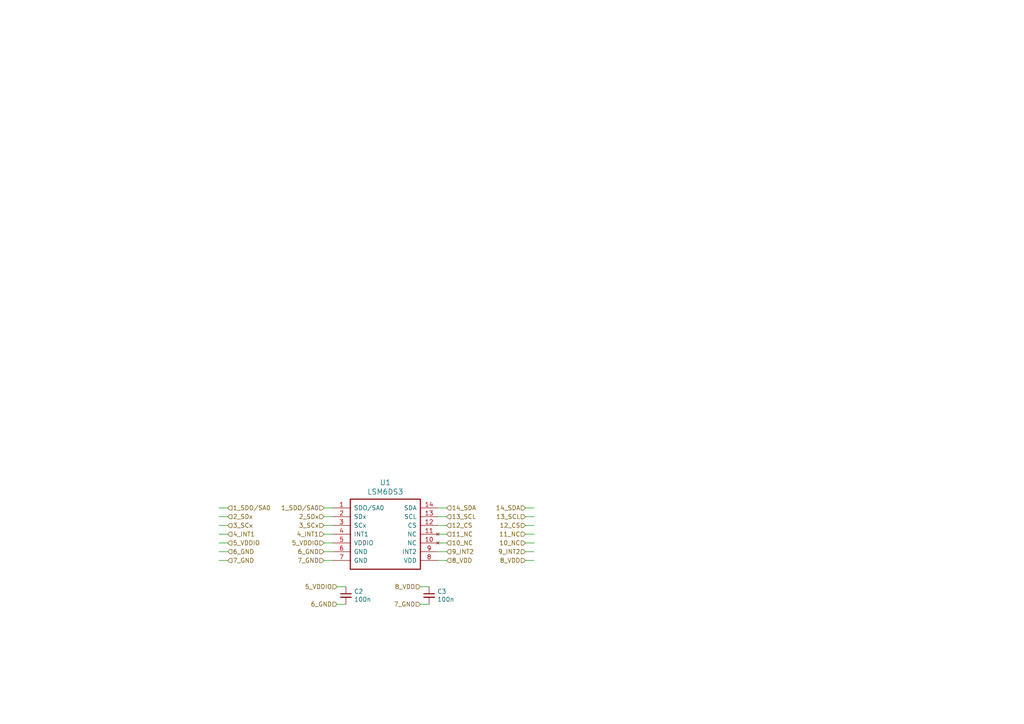
<source format=kicad_sch>
(kicad_sch (version 20210621) (generator eeschema)
  (paper "A4")
  (lib_symbols
    (symbol "FreeEEG32-ads131-rescue:C_Small-Device" (pin_numbers hide) (pin_names (offset 0.254) hide)
      (property "Reference" "C" (at 0.254 1.778 0))
      (property "Value" "C_Small-Device" (at 0.254 -2.032 0))
      (symbol "C_Small-Device_0_1"
        (polyline (pts (xy -1.524 -0.508) (xy 1.524 -0.508)) (stroke (width 0.3302)))
        (polyline (pts (xy -1.524 0.508) (xy 1.524 0.508)) (stroke (width 0.3048)))
      )
      (symbol "C_Small-Device_1_1"
        (pin passive line (at 0 2.54 270) (length 2.032) (name "~") (number "1"))
        (pin passive line (at 0 -2.54 90) (length 2.032) (name "~") (number "2"))
      )
    )
    (symbol "FreeEEG32-ads131-rescue:LSM6DS3-LSM6DS3" (pin_names (offset 1.016))
      (property "Reference" "U" (at 5.08 6.35 0))
      (property "Value" "LSM6DS3-LSM6DS3" (at 5.08 3.81 0))
      (symbol "LSM6DS3-LSM6DS3_1_1"
        (rectangle (start 5.08 2.54) (end 25.4 -17.78) (stroke (width 0.3048)))
        (pin bidirectional line (at 0 0 0) (length 5.08) (name "SDO/SA0") (number "1"))
        (pin no_connect line (at 30.48 -10.16 180) (length 5.08) (name "NC") (number "10"))
        (pin no_connect line (at 30.48 -7.62 180) (length 5.08) (name "NC") (number "11"))
        (pin bidirectional line (at 30.48 -5.08 180) (length 5.08) (name "CS") (number "12"))
        (pin bidirectional line (at 30.48 -2.54 180) (length 5.08) (name "SCL") (number "13"))
        (pin bidirectional line (at 30.48 0 180) (length 5.08) (name "SDA") (number "14"))
        (pin bidirectional line (at 0 -2.54 0) (length 5.08) (name "SDx") (number "2"))
        (pin bidirectional line (at 0 -5.08 0) (length 5.08) (name "SCx") (number "3"))
        (pin bidirectional line (at 0 -7.62 0) (length 5.08) (name "INT1") (number "4"))
        (pin power_in line (at 0 -10.16 0) (length 5.08) (name "VDDIO") (number "5"))
        (pin power_in line (at 0 -12.7 0) (length 5.08) (name "GND") (number "6"))
        (pin power_in line (at 0 -15.24 0) (length 5.08) (name "GND") (number "7"))
        (pin power_in line (at 30.48 -15.24 180) (length 5.08) (name "VDD") (number "8"))
        (pin bidirectional line (at 30.48 -12.7 180) (length 5.08) (name "INT2") (number "9"))
      )
    )
  )
  (wire (pts (xy 66.04 147.32) (xy 63.5 147.32)))
  (wire (pts (xy 66.04 149.86) (xy 63.5 149.86)))
  (wire (pts (xy 66.04 152.4) (xy 63.5 152.4)))
  (wire (pts (xy 66.04 154.94) (xy 63.5 154.94)))
  (wire (pts (xy 66.04 157.48) (xy 63.5 157.48)))
  (wire (pts (xy 66.04 160.02) (xy 63.5 160.02)))
  (wire (pts (xy 66.04 162.56) (xy 63.5 162.56)))
  (wire (pts (xy 93.98 147.32) (xy 96.52 147.32)))
  (wire (pts (xy 93.98 149.86) (xy 96.52 149.86)))
  (wire (pts (xy 93.98 152.4) (xy 96.52 152.4)))
  (wire (pts (xy 93.98 154.94) (xy 96.52 154.94)))
  (wire (pts (xy 93.98 157.48) (xy 96.52 157.48)))
  (wire (pts (xy 93.98 160.02) (xy 96.52 160.02)))
  (wire (pts (xy 93.98 162.56) (xy 96.52 162.56)))
  (wire (pts (xy 97.79 170.18) (xy 100.33 170.18)))
  (wire (pts (xy 97.79 175.26) (xy 100.33 175.26)))
  (wire (pts (xy 121.92 170.18) (xy 124.46 170.18)))
  (wire (pts (xy 121.92 175.26) (xy 124.46 175.26)))
  (wire (pts (xy 129.54 147.32) (xy 127 147.32)))
  (wire (pts (xy 129.54 149.86) (xy 127 149.86)))
  (wire (pts (xy 129.54 152.4) (xy 127 152.4)))
  (wire (pts (xy 129.54 154.94) (xy 127 154.94)))
  (wire (pts (xy 129.54 157.48) (xy 127 157.48)))
  (wire (pts (xy 129.54 160.02) (xy 127 160.02)))
  (wire (pts (xy 129.54 162.56) (xy 127 162.56)))
  (wire (pts (xy 152.4 147.32) (xy 154.94 147.32)))
  (wire (pts (xy 152.4 149.86) (xy 154.94 149.86)))
  (wire (pts (xy 152.4 152.4) (xy 154.94 152.4)))
  (wire (pts (xy 152.4 154.94) (xy 154.94 154.94)))
  (wire (pts (xy 152.4 157.48) (xy 154.94 157.48)))
  (wire (pts (xy 152.4 160.02) (xy 154.94 160.02)))
  (wire (pts (xy 152.4 162.56) (xy 154.94 162.56)))
  (hierarchical_label "1_SDO/SA0" (shape input) (at 66.04 147.32 0))
  (hierarchical_label "2_SDx" (shape input) (at 66.04 149.86 0))
  (hierarchical_label "3_SCx" (shape input) (at 66.04 152.4 0))
  (hierarchical_label "4_INT1" (shape input) (at 66.04 154.94 0))
  (hierarchical_label "5_VDDIO" (shape input) (at 66.04 157.48 0))
  (hierarchical_label "6_GND" (shape input) (at 66.04 160.02 0))
  (hierarchical_label "7_GND" (shape input) (at 66.04 162.56 0))
  (hierarchical_label "1_SDO/SA0" (shape input) (at 93.98 147.32 180))
  (hierarchical_label "2_SDx" (shape input) (at 93.98 149.86 180))
  (hierarchical_label "3_SCx" (shape input) (at 93.98 152.4 180))
  (hierarchical_label "4_INT1" (shape input) (at 93.98 154.94 180))
  (hierarchical_label "5_VDDIO" (shape input) (at 93.98 157.48 180))
  (hierarchical_label "6_GND" (shape input) (at 93.98 160.02 180))
  (hierarchical_label "7_GND" (shape input) (at 93.98 162.56 180))
  (hierarchical_label "5_VDDIO" (shape input) (at 97.79 170.18 180))
  (hierarchical_label "6_GND" (shape input) (at 97.79 175.26 180))
  (hierarchical_label "8_VDD" (shape input) (at 121.92 170.18 180))
  (hierarchical_label "7_GND" (shape input) (at 121.92 175.26 180))
  (hierarchical_label "14_SDA" (shape input) (at 129.54 147.32 0))
  (hierarchical_label "13_SCL" (shape input) (at 129.54 149.86 0))
  (hierarchical_label "12_CS" (shape input) (at 129.54 152.4 0))
  (hierarchical_label "11_NC" (shape input) (at 129.54 154.94 0))
  (hierarchical_label "10_NC" (shape input) (at 129.54 157.48 0))
  (hierarchical_label "9_INT2" (shape input) (at 129.54 160.02 0))
  (hierarchical_label "8_VDD" (shape input) (at 129.54 162.56 0))
  (hierarchical_label "14_SDA" (shape input) (at 152.4 147.32 180))
  (hierarchical_label "13_SCL" (shape input) (at 152.4 149.86 180))
  (hierarchical_label "12_CS" (shape input) (at 152.4 152.4 180))
  (hierarchical_label "11_NC" (shape input) (at 152.4 154.94 180))
  (hierarchical_label "10_NC" (shape input) (at 152.4 157.48 180))
  (hierarchical_label "9_INT2" (shape input) (at 152.4 160.02 180))
  (hierarchical_label "8_VDD" (shape input) (at 152.4 162.56 180))
  (symbol (lib_id "FreeEEG32-ads131-rescue:C_Small-Device") (at 100.33 172.72 0) (unit 1)
    (property "Reference" "C2" (at 102.6668 171.5516 0) (effects (justify left)))
    (property "Value" "100n" (at 102.6668 173.863 0) (effects (justify left)))
    (property "Footprint" "Capacitor_SMD:C_0402_1005Metric" (effects hide))
    (property "MNP" "CL05B104KO5NNNC" (effects hide))
  )
  (symbol (lib_id "FreeEEG32-ads131-rescue:C_Small-Device") (at 124.46 172.72 0) (unit 1)
    (property "Reference" "C3" (at 126.7968 171.5516 0) (effects (justify left)))
    (property "Value" "100n" (at 126.7968 173.863 0) (effects (justify left)))
    (property "Footprint" "Capacitor_SMD:C_0402_1005Metric" (effects hide))
    (property "MNP" "CL05B104KO5NNNC" (effects hide))
  )
  (symbol (lib_id "FreeEEG32-ads131-rescue:LSM6DS3-LSM6DS3") (at 96.52 147.32 0) (unit 1)
    (property "Reference" "U1" (at 111.76 139.954 0) (effects (font (size 1.524 1.524))))
    (property "Value" "LSM6DS3" (at 111.76 142.6464 0) (effects (font (size 1.524 1.524))))
    (property "Footprint" "LSM6DS3TR:Bosch_LGA-14_3x2.5mm_P0.5mm" (effects hide))
    (property "MNP" "LSM6DS3TR" (effects hide))
  )
)
</source>
